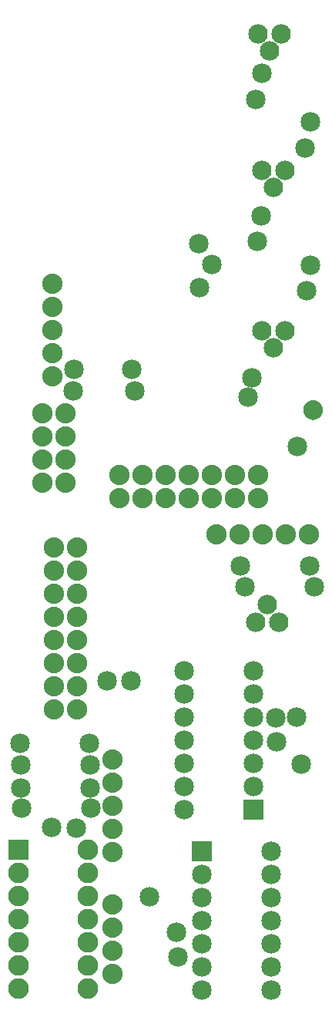
<source format=gts>
G04 MADE WITH FRITZING*
G04 WWW.FRITZING.ORG*
G04 DOUBLE SIDED*
G04 HOLES PLATED*
G04 CONTOUR ON CENTER OF CONTOUR VECTOR*
%ASAXBY*%
%FSLAX23Y23*%
%MOIN*%
%OFA0B0*%
%SFA1.0B1.0*%
%ADD10C,0.085000*%
%ADD11C,0.088000*%
%ADD12C,0.089370*%
%ADD13C,0.084000*%
%ADD14C,0.035000*%
%ADD15R,0.089370X0.089370*%
%ADD16R,0.085000X0.085000*%
%ADD17R,0.001000X0.001000*%
%LNMASK1*%
G90*
G70*
G54D10*
X781Y300D03*
X1294Y1336D03*
G54D11*
X237Y3210D03*
X237Y3110D03*
X237Y3010D03*
X237Y2910D03*
X237Y2810D03*
X528Y2285D03*
X628Y2285D03*
X728Y2285D03*
X828Y2285D03*
X928Y2285D03*
X1028Y2285D03*
X1128Y2285D03*
X528Y2285D03*
X628Y2285D03*
X728Y2285D03*
X828Y2285D03*
X928Y2285D03*
X1028Y2285D03*
X1128Y2285D03*
X1128Y2385D03*
X1028Y2385D03*
X928Y2385D03*
X828Y2385D03*
X728Y2385D03*
X628Y2385D03*
X528Y2385D03*
G54D10*
X330Y2841D03*
X580Y2841D03*
X328Y2748D03*
X593Y2748D03*
G54D11*
X245Y2069D03*
X245Y1969D03*
X245Y1869D03*
X245Y1769D03*
X245Y1669D03*
X245Y1569D03*
X245Y1469D03*
X245Y1369D03*
X245Y2069D03*
X245Y1969D03*
X245Y1869D03*
X245Y1769D03*
X245Y1669D03*
X245Y1569D03*
X245Y1469D03*
X245Y1369D03*
X345Y1369D03*
X345Y1469D03*
X345Y1569D03*
X345Y1669D03*
X345Y1769D03*
X345Y1869D03*
X345Y1969D03*
X345Y2069D03*
G54D12*
X89Y762D03*
X389Y762D03*
X89Y662D03*
X389Y662D03*
X89Y562D03*
X389Y562D03*
X89Y462D03*
X389Y462D03*
X89Y362D03*
X389Y362D03*
X89Y262D03*
X389Y262D03*
X89Y162D03*
X389Y162D03*
G54D11*
X292Y2351D03*
X292Y2451D03*
X292Y2551D03*
X292Y2651D03*
X292Y2351D03*
X292Y2451D03*
X292Y2551D03*
X292Y2651D03*
X192Y2651D03*
X192Y2551D03*
X192Y2451D03*
X192Y2351D03*
G54D10*
X577Y1494D03*
X341Y857D03*
G54D13*
X1226Y4291D03*
X1176Y4216D03*
X1126Y4291D03*
X1226Y4291D03*
X1176Y4216D03*
X1126Y4291D03*
X1244Y3701D03*
X1194Y3626D03*
X1144Y3701D03*
X1244Y3701D03*
X1194Y3626D03*
X1144Y3701D03*
G54D10*
X1208Y1230D03*
X772Y407D03*
G54D13*
X1116Y1747D03*
X1166Y1822D03*
X1216Y1747D03*
X1116Y1747D03*
X1166Y1822D03*
X1216Y1747D03*
G54D10*
X873Y3194D03*
X656Y561D03*
G54D13*
X1242Y3007D03*
X1192Y2932D03*
X1142Y3007D03*
X1242Y3007D03*
X1192Y2932D03*
X1142Y3007D03*
G54D10*
X926Y3294D03*
X1313Y1132D03*
X1329Y3796D03*
X1117Y4008D03*
X870Y3384D03*
X1203Y1335D03*
X1337Y3181D03*
X1124Y3393D03*
X232Y859D03*
X472Y1493D03*
X1350Y1989D03*
X1050Y1989D03*
X1296Y2507D03*
X1084Y2719D03*
X1143Y4121D03*
X1355Y3909D03*
X1140Y3504D03*
X1352Y3291D03*
X1071Y1900D03*
X1371Y1900D03*
X1099Y2802D03*
G54D14*
X1366Y2664D03*
G54D10*
X403Y943D03*
X103Y943D03*
X399Y1031D03*
X99Y1031D03*
X401Y1129D03*
X101Y1129D03*
X398Y1223D03*
X98Y1223D03*
X1106Y937D03*
X806Y937D03*
X1106Y1037D03*
X806Y1037D03*
X1106Y1137D03*
X806Y1137D03*
X1106Y1237D03*
X806Y1237D03*
X1106Y1337D03*
X806Y1337D03*
X1106Y1437D03*
X806Y1437D03*
X1106Y1537D03*
X806Y1537D03*
X882Y758D03*
X1182Y758D03*
X882Y658D03*
X1182Y658D03*
X882Y558D03*
X1182Y558D03*
X882Y458D03*
X1182Y458D03*
X882Y358D03*
X1182Y358D03*
X882Y258D03*
X1182Y258D03*
X882Y158D03*
X1182Y158D03*
G54D11*
X497Y228D03*
X497Y328D03*
X497Y428D03*
X497Y528D03*
X947Y2128D03*
X1047Y2128D03*
X1147Y2128D03*
X1247Y2128D03*
X1347Y2128D03*
X497Y753D03*
X497Y853D03*
X497Y953D03*
X497Y1053D03*
X497Y1153D03*
G54D15*
X89Y762D03*
G54D16*
X1106Y937D03*
X882Y758D03*
G54D17*
X1358Y2706D02*
X1372Y2706D01*
X1354Y2705D02*
X1376Y2705D01*
X1351Y2704D02*
X1379Y2704D01*
X1348Y2703D02*
X1382Y2703D01*
X1346Y2702D02*
X1384Y2702D01*
X1344Y2701D02*
X1385Y2701D01*
X1343Y2700D02*
X1387Y2700D01*
X1341Y2699D02*
X1389Y2699D01*
X1340Y2698D02*
X1390Y2698D01*
X1338Y2697D02*
X1391Y2697D01*
X1337Y2696D02*
X1392Y2696D01*
X1336Y2695D02*
X1393Y2695D01*
X1335Y2694D02*
X1395Y2694D01*
X1334Y2693D02*
X1395Y2693D01*
X1333Y2692D02*
X1396Y2692D01*
X1332Y2691D02*
X1397Y2691D01*
X1332Y2690D02*
X1398Y2690D01*
X1331Y2689D02*
X1399Y2689D01*
X1330Y2688D02*
X1399Y2688D01*
X1330Y2687D02*
X1400Y2687D01*
X1329Y2686D02*
X1401Y2686D01*
X1328Y2685D02*
X1401Y2685D01*
X1328Y2684D02*
X1402Y2684D01*
X1327Y2683D02*
X1402Y2683D01*
X1327Y2682D02*
X1403Y2682D01*
X1326Y2681D02*
X1403Y2681D01*
X1326Y2680D02*
X1404Y2680D01*
X1326Y2679D02*
X1404Y2679D01*
X1325Y2678D02*
X1404Y2678D01*
X1325Y2677D02*
X1405Y2677D01*
X1325Y2676D02*
X1405Y2676D01*
X1324Y2675D02*
X1405Y2675D01*
X1324Y2674D02*
X1406Y2674D01*
X1324Y2673D02*
X1406Y2673D01*
X1324Y2672D02*
X1406Y2672D01*
X1323Y2671D02*
X1406Y2671D01*
X1323Y2670D02*
X1406Y2670D01*
X1323Y2669D02*
X1406Y2669D01*
X1323Y2668D02*
X1407Y2668D01*
X1323Y2667D02*
X1407Y2667D01*
X1323Y2666D02*
X1407Y2666D01*
X1323Y2665D02*
X1407Y2665D01*
X1323Y2664D02*
X1407Y2664D01*
X1323Y2663D02*
X1407Y2663D01*
X1323Y2662D02*
X1407Y2662D01*
X1323Y2661D02*
X1407Y2661D01*
X1323Y2660D02*
X1407Y2660D01*
X1323Y2659D02*
X1406Y2659D01*
X1323Y2658D02*
X1406Y2658D01*
X1324Y2657D02*
X1406Y2657D01*
X1324Y2656D02*
X1406Y2656D01*
X1324Y2655D02*
X1406Y2655D01*
X1324Y2654D02*
X1405Y2654D01*
X1324Y2653D02*
X1405Y2653D01*
X1325Y2652D02*
X1405Y2652D01*
X1325Y2651D02*
X1405Y2651D01*
X1325Y2650D02*
X1404Y2650D01*
X1326Y2649D02*
X1404Y2649D01*
X1326Y2648D02*
X1404Y2648D01*
X1327Y2647D02*
X1403Y2647D01*
X1327Y2646D02*
X1403Y2646D01*
X1328Y2645D02*
X1402Y2645D01*
X1328Y2644D02*
X1402Y2644D01*
X1329Y2643D02*
X1401Y2643D01*
X1329Y2642D02*
X1400Y2642D01*
X1330Y2641D02*
X1400Y2641D01*
X1330Y2640D02*
X1399Y2640D01*
X1331Y2639D02*
X1398Y2639D01*
X1332Y2638D02*
X1398Y2638D01*
X1333Y2637D02*
X1397Y2637D01*
X1334Y2636D02*
X1396Y2636D01*
X1335Y2635D02*
X1395Y2635D01*
X1335Y2634D02*
X1394Y2634D01*
X1337Y2633D02*
X1393Y2633D01*
X1338Y2632D02*
X1392Y2632D01*
X1339Y2631D02*
X1391Y2631D01*
X1340Y2630D02*
X1389Y2630D01*
X1342Y2629D02*
X1388Y2629D01*
X1343Y2628D02*
X1386Y2628D01*
X1345Y2627D02*
X1385Y2627D01*
X1347Y2626D02*
X1383Y2626D01*
X1349Y2625D02*
X1381Y2625D01*
X1352Y2624D02*
X1378Y2624D01*
X1355Y2623D02*
X1374Y2623D01*
X1361Y2622D02*
X1368Y2622D01*
D02*
G04 End of Mask1*
M02*
</source>
